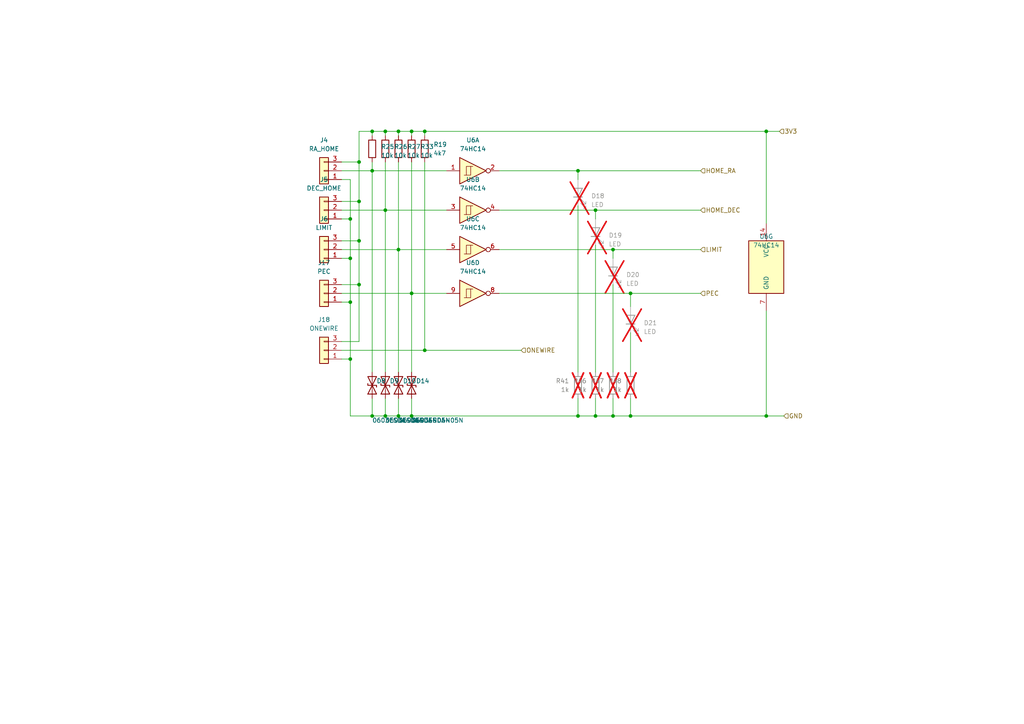
<source format=kicad_sch>
(kicad_sch (version 20250114) (generator "eeschema") (generator_version "9.0")
  (paper "A4")
  (lib_symbols
    (symbol "74xx:74HC14" (pin_names (offset 1.016))
      (property "Reference" "U" (at 0 1.27 0))
      (property "Value" "74HC14" (at 0 -1.27 0))
      (symbol "74HC14_1_0"
        (polyline (pts (xy -3.81 3.81) (xy -3.81 -3.81) (xy 3.81 0) (xy -3.81 3.81)) (stroke (width 0.254)) (fill (type background)))
        (pin input line (at -7.62 0 0) (length 3.81) (name "~") (number "1"))
        (pin output inverted (at 7.62 0 180) (length 3.81) (name "~") (number "2"))
      )
      (symbol "74HC14_1_1"
        (polyline (pts (xy -2.54 -1.27) (xy -0.635 -1.27) (xy -0.635 1.27) (xy 0 1.27)))
        (polyline (pts (xy -1.905 -1.27) (xy -1.905 1.27) (xy -0.635 1.27)))
      )
      (symbol "74HC14_2_0"
        (polyline (pts (xy -3.81 3.81) (xy -3.81 -3.81) (xy 3.81 0) (xy -3.81 3.81)) (stroke (width 0.254)) (fill (type background)))
        (pin input line (at -7.62 0 0) (length 3.81) (name "~") (number "3"))
        (pin output inverted (at 7.62 0 180) (length 3.81) (name "~") (number "4"))
      )
      (symbol "74HC14_2_1"
        (polyline (pts (xy -2.54 -1.27) (xy -0.635 -1.27) (xy -0.635 1.27) (xy 0 1.27)))
        (polyline (pts (xy -1.905 -1.27) (xy -1.905 1.27) (xy -0.635 1.27)))
      )
      (symbol "74HC14_3_0"
        (polyline (pts (xy -3.81 3.81) (xy -3.81 -3.81) (xy 3.81 0) (xy -3.81 3.81)) (stroke (width 0.254)) (fill (type background)))
        (pin input line (at -7.62 0 0) (length 3.81) (name "~") (number "5"))
        (pin output inverted (at 7.62 0 180) (length 3.81) (name "~") (number "6"))
      )
      (symbol "74HC14_3_1"
        (polyline (pts (xy -2.54 -1.27) (xy -0.635 -1.27) (xy -0.635 1.27) (xy 0 1.27)))
        (polyline (pts (xy -1.905 -1.27) (xy -1.905 1.27) (xy -0.635 1.27)))
      )
      (symbol "74HC14_4_0"
        (polyline (pts (xy -3.81 3.81) (xy -3.81 -3.81) (xy 3.81 0) (xy -3.81 3.81)) (stroke (width 0.254)) (fill (type background)))
        (pin input line (at -7.62 0 0) (length 3.81) (name "~") (number "9"))
        (pin output inverted (at 7.62 0 180) (length 3.81) (name "~") (number "8"))
      )
      (symbol "74HC14_4_1"
        (polyline (pts (xy -2.54 -1.27) (xy -0.635 -1.27) (xy -0.635 1.27) (xy 0 1.27)))
        (polyline (pts (xy -1.905 -1.27) (xy -1.905 1.27) (xy -0.635 1.27)))
      )
      (symbol "74HC14_5_0"
        (polyline (pts (xy -3.81 3.81) (xy -3.81 -3.81) (xy 3.81 0) (xy -3.81 3.81)) (stroke (width 0.254)) (fill (type background)))
        (pin input line (at -7.62 0 0) (length 3.81) (name "~") (number "11"))
        (pin output inverted (at 7.62 0 180) (length 3.81) (name "~") (number "10"))
      )
      (symbol "74HC14_5_1"
        (polyline (pts (xy -2.54 -1.27) (xy -0.635 -1.27) (xy -0.635 1.27) (xy 0 1.27)))
        (polyline (pts (xy -1.905 -1.27) (xy -1.905 1.27) (xy -0.635 1.27)))
      )
      (symbol "74HC14_6_0"
        (polyline (pts (xy -3.81 3.81) (xy -3.81 -3.81) (xy 3.81 0) (xy -3.81 3.81)) (stroke (width 0.254)) (fill (type background)))
        (pin input line (at -7.62 0 0) (length 3.81) (name "~") (number "13"))
        (pin output inverted (at 7.62 0 180) (length 3.81) (name "~") (number "12"))
      )
      (symbol "74HC14_6_1"
        (polyline (pts (xy -2.54 -1.27) (xy -0.635 -1.27) (xy -0.635 1.27) (xy 0 1.27)))
        (polyline (pts (xy -1.905 -1.27) (xy -1.905 1.27) (xy -0.635 1.27)))
      )
      (symbol "74HC14_7_0"
        (pin power_in line (at 0 12.7 270) (length 5.08) (name "VCC") (number "14"))
        (pin power_in line (at 0 -12.7 90) (length 5.08) (name "GND") (number "7"))
      )
      (symbol "74HC14_7_1"
        (rectangle (start -5.08 7.62) (end 5.08 -7.62) (stroke (width 0.254)) (fill (type background)))
      )
    )
    (symbol "Connector_Generic:Conn_01x03" (pin_names (offset 1.016) (hide yes))
      (property "Reference" "J" (at 0 5.08 0))
      (property "Value" "Conn_01x03" (at 0 -5.08 0))
      (symbol "Conn_01x03_1_1"
        (rectangle (start -1.27 3.81) (end 1.27 -3.81) (stroke (width 0.254)) (fill (type background)))
        (rectangle (start -1.27 2.667) (end 0 2.413) (stroke (width 0.1524)))
        (rectangle (start -1.27 0.127) (end 0 -0.127) (stroke (width 0.1524)))
        (rectangle (start -1.27 -2.413) (end 0 -2.667) (stroke (width 0.1524)))
        (pin passive line (at -5.08 2.54 0) (length 3.81) (name "Pin_1") (number "1"))
        (pin passive line (at -5.08 0 0) (length 3.81) (name "Pin_2") (number "2"))
        (pin passive line (at -5.08 -2.54 0) (length 3.81) (name "Pin_3") (number "3"))
      )
    )
    (symbol "Device:D_TVS" (pin_numbers (hide yes)) (pin_names (offset 1.016) (hide yes))
      (property "Reference" "D" (at 0 2.54 0))
      (property "Value" "D_TVS" (at 0 -2.54 0))
      (symbol "D_TVS_0_1"
        (polyline (pts (xy -2.54 1.27) (xy -2.54 -1.27) (xy 2.54 1.27) (xy 2.54 -1.27) (xy -2.54 1.27)) (stroke (width 0.254)))
        (polyline (pts (xy 0.508 1.27) (xy 0 1.27) (xy 0 -1.27) (xy -0.508 -1.27)) (stroke (width 0.254)))
        (polyline (pts (xy 1.27 0) (xy -1.27 0)))
      )
      (symbol "D_TVS_1_1"
        (pin passive line (at -3.81 0 0) (length 2.54) (name "A1") (number "1"))
        (pin passive line (at 3.81 0 180) (length 2.54) (name "A2") (number "2"))
      )
    )
    (symbol "Device:LED" (pin_numbers (hide yes)) (pin_names (offset 1.016) (hide yes))
      (property "Reference" "D" (at 0 2.54 0))
      (property "Value" "LED" (at 0 -2.54 0))
      (symbol "LED_0_1"
        (polyline (pts (xy -3.048 -0.762) (xy -4.572 -2.286) (xy -3.81 -2.286) (xy -4.572 -2.286) (xy -4.572 -1.524)))
        (polyline (pts (xy -1.778 -0.762) (xy -3.302 -2.286) (xy -2.54 -2.286) (xy -3.302 -2.286) (xy -3.302 -1.524)))
        (polyline (pts (xy -1.27 0) (xy 1.27 0)))
        (polyline (pts (xy -1.27 -1.27) (xy -1.27 1.27)) (stroke (width 0.254)))
        (polyline (pts (xy 1.27 -1.27) (xy 1.27 1.27) (xy -1.27 0) (xy 1.27 -1.27)) (stroke (width 0.254)))
      )
      (symbol "LED_1_1"
        (pin passive line (at -3.81 0 0) (length 2.54) (name "K") (number "1"))
        (pin passive line (at 3.81 0 180) (length 2.54) (name "A") (number "2"))
      )
    )
    (symbol "Device:R" (pin_numbers (hide yes)) (pin_names (offset 0))
      (property "Reference" "R" (at 2.032 0 90))
      (property "Value" "R" (at 0 0 90))
      (symbol "R_0_1"
        (rectangle (start -1.016 -2.54) (end 1.016 2.54) (stroke (width 0.254)))
      )
      (symbol "R_1_1"
        (pin passive line (at 0 3.81 270) (length 1.27) (name "~") (number "1"))
        (pin passive line (at 0 -3.81 90) (length 1.27) (name "~") (number "2"))
      )
    )
  )
  (junction (at 119.38 120.65))
  (junction (at 123.19 38.1))
  (junction (at 104.14 82.55))
  (junction (at 111.76 38.1))
  (junction (at 101.6 104.14))
  (junction (at 177.8 72.39))
  (junction (at 172.72 60.96))
  (junction (at 107.95 38.1))
  (junction (at 107.95 49.53))
  (junction (at 177.8 120.65))
  (junction (at 119.38 38.1))
  (junction (at 104.14 69.85))
  (junction (at 222.25 38.1))
  (junction (at 115.57 38.1))
  (junction (at 119.38 85.09))
  (junction (at 182.88 85.09))
  (junction (at 167.64 120.65))
  (junction (at 111.76 60.96))
  (junction (at 167.64 49.53))
  (junction (at 101.6 63.5))
  (junction (at 101.6 74.93))
  (junction (at 123.19 101.6))
  (junction (at 104.14 58.42))
  (junction (at 222.25 120.65))
  (junction (at 111.76 120.65))
  (junction (at 182.88 120.65))
  (junction (at 104.14 46.99))
  (junction (at 115.57 72.39))
  (junction (at 115.57 120.65))
  (junction (at 172.72 120.65))
  (junction (at 107.95 120.65))
  (junction (at 101.6 87.63))
  (wire (pts (xy 222.25 90.17) (xy 222.25 120.65)))
  (wire (pts (xy 99.06 72.39) (xy 115.57 72.39)))
  (wire (pts (xy 101.6 120.65) (xy 107.95 120.65)))
  (wire (pts (xy 107.95 49.53) (xy 107.95 107.95)))
  (wire (pts (xy 104.14 38.1) (xy 107.95 38.1)))
  (wire (pts (xy 182.88 115.57) (xy 182.88 120.65)))
  (wire (pts (xy 111.76 38.1) (xy 115.57 38.1)))
  (wire (pts (xy 99.06 82.55) (xy 104.14 82.55)))
  (wire (pts (xy 107.95 38.1) (xy 111.76 38.1)))
  (wire (pts (xy 167.64 49.53) (xy 203.2 49.53)))
  (wire (pts (xy 107.95 49.53) (xy 129.54 49.53)))
  (wire (pts (xy 101.6 87.63) (xy 101.6 104.14)))
  (wire (pts (xy 144.78 49.53) (xy 167.64 49.53)))
  (wire (pts (xy 115.57 38.1) (xy 115.57 39.37)))
  (wire (pts (xy 119.38 115.57) (xy 119.38 120.65)))
  (wire (pts (xy 119.38 85.09) (xy 129.54 85.09)))
  (wire (pts (xy 119.38 38.1) (xy 123.19 38.1)))
  (wire (pts (xy 99.06 99.06) (xy 104.14 99.06)))
  (wire (pts (xy 104.14 82.55) (xy 104.14 69.85)))
  (wire (pts (xy 144.78 72.39) (xy 177.8 72.39)))
  (wire (pts (xy 111.76 115.57) (xy 111.76 120.65)))
  (wire (pts (xy 172.72 107.95) (xy 172.72 71.12)))
  (wire (pts (xy 144.78 60.96) (xy 172.72 60.96)))
  (wire (pts (xy 99.06 63.5) (xy 101.6 63.5)))
  (wire (pts (xy 99.06 52.07) (xy 101.6 52.07)))
  (wire (pts (xy 119.38 120.65) (xy 167.64 120.65)))
  (wire (pts (xy 115.57 38.1) (xy 119.38 38.1)))
  (wire (pts (xy 99.06 58.42) (xy 104.14 58.42)))
  (wire (pts (xy 104.14 46.99) (xy 104.14 58.42)))
  (wire (pts (xy 115.57 46.99) (xy 115.57 72.39)))
  (wire (pts (xy 104.14 38.1) (xy 104.14 46.99)))
  (wire (pts (xy 115.57 72.39) (xy 129.54 72.39)))
  (wire (pts (xy 123.19 38.1) (xy 123.19 39.37)))
  (wire (pts (xy 182.88 85.09) (xy 182.88 88.9)))
  (wire (pts (xy 101.6 74.93) (xy 101.6 87.63)))
  (wire (pts (xy 177.8 115.57) (xy 177.8 120.65)))
  (wire (pts (xy 111.76 120.65) (xy 115.57 120.65)))
  (wire (pts (xy 119.38 85.09) (xy 119.38 107.95)))
  (wire (pts (xy 107.95 46.99) (xy 107.95 49.53)))
  (wire (pts (xy 144.78 85.09) (xy 182.88 85.09)))
  (wire (pts (xy 111.76 60.96) (xy 111.76 107.95)))
  (wire (pts (xy 99.06 49.53) (xy 107.95 49.53)))
  (wire (pts (xy 119.38 46.99) (xy 119.38 85.09)))
  (wire (pts (xy 115.57 115.57) (xy 115.57 120.65)))
  (wire (pts (xy 99.06 87.63) (xy 101.6 87.63)))
  (wire (pts (xy 123.19 38.1) (xy 222.25 38.1)))
  (wire (pts (xy 167.64 49.53) (xy 167.64 52.07)))
  (wire (pts (xy 115.57 120.65) (xy 119.38 120.65)))
  (wire (pts (xy 222.25 120.65) (xy 227.33 120.65)))
  (wire (pts (xy 111.76 46.99) (xy 111.76 60.96)))
  (wire (pts (xy 104.14 69.85) (xy 104.14 58.42)))
  (wire (pts (xy 177.8 72.39) (xy 177.8 74.93)))
  (wire (pts (xy 99.06 104.14) (xy 101.6 104.14)))
  (wire (pts (xy 101.6 74.93) (xy 99.06 74.93)))
  (wire (pts (xy 182.88 85.09) (xy 203.2 85.09)))
  (wire (pts (xy 167.64 120.65) (xy 172.72 120.65)))
  (wire (pts (xy 167.64 115.57) (xy 167.64 120.65)))
  (wire (pts (xy 101.6 104.14) (xy 101.6 120.65)))
  (wire (pts (xy 123.19 101.6) (xy 151.13 101.6)))
  (wire (pts (xy 119.38 38.1) (xy 119.38 39.37)))
  (wire (pts (xy 111.76 38.1) (xy 111.76 39.37)))
  (wire (pts (xy 101.6 52.07) (xy 101.6 63.5)))
  (wire (pts (xy 99.06 46.99) (xy 104.14 46.99)))
  (wire (pts (xy 99.06 85.09) (xy 119.38 85.09)))
  (wire (pts (xy 182.88 120.65) (xy 222.25 120.65)))
  (wire (pts (xy 167.64 107.95) (xy 167.64 59.69)))
  (wire (pts (xy 222.25 38.1) (xy 226.06 38.1)))
  (wire (pts (xy 177.8 107.95) (xy 177.8 82.55)))
  (wire (pts (xy 172.72 115.57) (xy 172.72 120.65)))
  (wire (pts (xy 101.6 63.5) (xy 101.6 74.93)))
  (wire (pts (xy 107.95 115.57) (xy 107.95 120.65)))
  (wire (pts (xy 172.72 60.96) (xy 203.2 60.96)))
  (wire (pts (xy 222.25 38.1) (xy 222.25 64.77)))
  (wire (pts (xy 115.57 72.39) (xy 115.57 107.95)))
  (wire (pts (xy 107.95 38.1) (xy 107.95 39.37)))
  (wire (pts (xy 177.8 72.39) (xy 203.2 72.39)))
  (wire (pts (xy 123.19 101.6) (xy 99.06 101.6)))
  (wire (pts (xy 99.06 60.96) (xy 111.76 60.96)))
  (wire (pts (xy 177.8 120.65) (xy 182.88 120.65)))
  (wire (pts (xy 107.95 120.65) (xy 111.76 120.65)))
  (wire (pts (xy 99.06 69.85) (xy 104.14 69.85)))
  (wire (pts (xy 172.72 60.96) (xy 172.72 63.5)))
  (wire (pts (xy 104.14 99.06) (xy 104.14 82.55)))
  (wire (pts (xy 123.19 46.99) (xy 123.19 101.6)))
  (wire (pts (xy 172.72 120.65) (xy 177.8 120.65)))
  (wire (pts (xy 182.88 107.95) (xy 182.88 96.52)))
  (wire (pts (xy 111.76 60.96) (xy 129.54 60.96)))
  (hierarchical_label "LIMIT" (shape input) (at 203.2 72.39 0))
  (hierarchical_label "HOME_DEC" (shape input) (at 203.2 60.96 0))
  (hierarchical_label "GND" (shape input) (at 227.33 120.65 0))
  (hierarchical_label "HOME_RA" (shape input) (at 203.2 49.53 0))
  (hierarchical_label "3V3" (shape input) (at 226.06 38.1 0))
  (hierarchical_label "ONEWIRE" (shape input) (at 151.13 101.6 0))
  (hierarchical_label "PEC" (shape input) (at 203.2 85.09 0))
  (symbol (lib_id "Device:R") (at 172.72 111.76 0) (mirror x) (unit 1) (in_bom no) (on_board no) (dnp yes)
    (property "Reference" "R46" (at 170.18 110.4899 0) (effects (justify right)))
    (property "Value" "1k" (at 170.18 113.0299 0) (effects (justify right)))
    (property "Footprint" "Resistor_SMD:R_0402_1005Metric" (effects (hide yes)))
  )
  (symbol (lib_id "Device:R") (at 167.64 111.76 0) (mirror x) (unit 1) (in_bom no) (on_board no) (dnp yes)
    (property "Reference" "R41" (at 165.1 110.4899 0) (effects (justify right)))
    (property "Value" "1k" (at 165.1 113.0299 0) (effects (justify right)))
    (property "Footprint" "Resistor_SMD:R_0402_1005Metric" (effects (hide yes)))
  )
  (symbol (lib_id "Connector_Generic:Conn_01x03") (at 93.98 49.53 180) (unit 1)
    (property "Reference" "J4" (at 93.98 40.64 0))
    (property "Value" "RA_HOME" (at 93.98 43.18 0))
    (property "Footprint" "Connector_JST:JST_PH_B3B-PH-K_1x03_P2.00mm_Vertical" (effects (hide yes)))
    (property "Description" "Generic connector, single row, 01x03, script generated (kicad-library-utils/schlib/autogen/connector/)" (effects (hide yes)))
  )
  (symbol (lib_id "Device:LED") (at 172.72 67.31 90) (unit 1) (in_bom no) (on_board no) (dnp yes)
    (property "Reference" "D19" (at 176.53 68.2625 90) (effects (justify right)))
    (property "Value" "LED" (at 176.53 70.8025 90) (effects (justify right)))
    (property "Footprint" "LED_SMD:LED_0603_1608Metric" (effects (hide yes)))
  )
  (symbol (lib_id "Device:R") (at 177.8 111.76 0) (mirror x) (unit 1) (in_bom no) (on_board no) (dnp yes)
    (property "Reference" "R47" (at 175.26 110.4899 0) (effects (justify right)))
    (property "Value" "1k" (at 175.26 113.0299 0) (effects (justify right)))
    (property "Footprint" "Resistor_SMD:R_0402_1005Metric" (effects (hide yes)))
  )
  (symbol (lib_id "Device:LED") (at 182.88 92.71 90) (unit 1) (in_bom no) (on_board no) (dnp yes)
    (property "Reference" "D21" (at 186.69 93.6625 90) (effects (justify right)))
    (property "Value" "LED" (at 186.69 96.2025 90) (effects (justify right)))
    (property "Footprint" "LED_SMD:LED_0603_1608Metric" (effects (hide yes)))
  )
  (symbol (lib_id "74xx:74HC14") (at 222.25 77.47 0) (unit 7)
    (property "Reference" "U6" (at 222.25 68.58 0))
    (property "Value" "74HC14" (at 222.25 71.12 0))
    (property "Footprint" "Package_SO:TSSOP-14_4.4x5mm_P0.65mm" (effects (hide yes)))
    (property "Datasheet" "http://www.ti.com/lit/gpn/sn74HC14" (effects (hide yes)))
    (property "Description" "Hex inverter schmitt trigger" (effects (hide yes)))
  )
  (symbol (lib_id "Connector_Generic:Conn_01x03") (at 93.98 60.96 180) (unit 1)
    (property "Reference" "J5" (at 93.98 52.07 0))
    (property "Value" "DEC_HOME" (at 93.98 54.61 0))
    (property "Footprint" "Connector_JST:JST_PH_B3B-PH-K_1x03_P2.00mm_Vertical" (effects (hide yes)))
    (property "Description" "Generic connector, single row, 01x03, script generated (kicad-library-utils/schlib/autogen/connector/)" (effects (hide yes)))
  )
  (symbol (lib_id "Device:R") (at 115.57 43.18 180) (unit 1)
    (property "Reference" "R27" (at 118.11 42.545 0) (effects (justify right)))
    (property "Value" "10k" (at 118.11 45.085 0) (effects (justify right)))
    (property "Footprint" "Resistor_SMD:R_0402_1005Metric" (effects (hide yes)))
  )
  (symbol (lib_id "Device:D_TVS") (at 107.95 111.76 90) (unit 1)
    (property "Reference" "D8" (at 109.22 110.49 90) (effects (justify right)))
    (property "Value" "0603ESDA-05N" (at 107.95 121.92 90) (effects (justify right)))
    (property "Footprint" "Diode_SMD:D_0603_1608Metric" (effects (hide yes)))
    (property "Description" "Bidirectional transient-voltage-suppression diode" (effects (hide yes)))
  )
  (symbol (lib_id "74xx:74HC14") (at 137.16 72.39 0) (unit 3)
    (property "Reference" "U6" (at 137.16 63.5 0))
    (property "Value" "74HC14" (at 137.16 66.04 0))
    (property "Footprint" "Package_SO:TSSOP-14_4.4x5mm_P0.65mm" (effects (hide yes)))
    (property "Datasheet" "http://www.ti.com/lit/gpn/sn74HC14" (effects (hide yes)))
    (property "Description" "Hex inverter schmitt trigger" (effects (hide yes)))
  )
  (symbol (lib_id "Connector_Generic:Conn_01x03") (at 93.98 72.39 180) (unit 1)
    (property "Reference" "J6" (at 93.98 63.5 0))
    (property "Value" "LIMIT" (at 93.98 66.04 0))
    (property "Footprint" "Connector_JST:JST_PH_B3B-PH-K_1x03_P2.00mm_Vertical" (effects (hide yes)))
    (property "Description" "Generic connector, single row, 01x03, script generated (kicad-library-utils/schlib/autogen/connector/)" (effects (hide yes)))
  )
  (symbol (lib_id "74xx:74HC14") (at 137.16 85.09 0) (unit 4)
    (property "Reference" "U6" (at 137.16 76.2 0))
    (property "Value" "74HC14" (at 137.16 78.74 0))
    (property "Footprint" "Package_SO:TSSOP-14_4.4x5mm_P0.65mm" (effects (hide yes)))
    (property "Datasheet" "http://www.ti.com/lit/gpn/sn74HC14" (effects (hide yes)))
    (property "Description" "Hex inverter schmitt trigger" (effects (hide yes)))
  )
  (symbol (lib_id "74xx:74HC14") (at 137.16 49.53 0) (unit 1)
    (property "Reference" "U6" (at 137.16 40.64 0))
    (property "Value" "74HC14" (at 137.16 43.18 0))
    (property "Footprint" "Package_SO:TSSOP-14_4.4x5mm_P0.65mm" (effects (hide yes)))
    (property "Datasheet" "http://www.ti.com/lit/gpn/sn74HC14" (effects (hide yes)))
    (property "Description" "Hex inverter schmitt trigger" (effects (hide yes)))
  )
  (symbol (lib_id "Device:D_TVS") (at 111.76 111.76 90) (unit 1)
    (property "Reference" "D9" (at 113.03 110.49 90) (effects (justify right)))
    (property "Value" "0603ESDA-05N" (at 111.76 121.92 90) (effects (justify right)))
    (property "Footprint" "Diode_SMD:D_0603_1608Metric" (effects (hide yes)))
    (property "Description" "Bidirectional transient-voltage-suppression diode" (effects (hide yes)))
  )
  (symbol (lib_id "Device:LED") (at 177.8 78.74 90) (unit 1) (in_bom no) (on_board no) (dnp yes)
    (property "Reference" "D20" (at 181.61 79.6925 90) (effects (justify right)))
    (property "Value" "LED" (at 181.61 82.2325 90) (effects (justify right)))
    (property "Footprint" "LED_SMD:LED_0603_1608Metric" (effects (hide yes)))
  )
  (symbol (lib_id "Device:D_TVS") (at 115.57 111.76 90) (unit 1)
    (property "Reference" "D10" (at 116.84 110.49 90) (effects (justify right)))
    (property "Value" "0603ESDA-05N" (at 115.57 121.92 90) (effects (justify right)))
    (property "Footprint" "Diode_SMD:D_0603_1608Metric" (effects (hide yes)))
    (property "Description" "Bidirectional transient-voltage-suppression diode" (effects (hide yes)))
  )
  (symbol (lib_id "Device:D_TVS") (at 119.38 111.76 90) (unit 1)
    (property "Reference" "D14" (at 120.65 110.49 90) (effects (justify right)))
    (property "Value" "0603ESDA-05N" (at 119.38 121.92 90) (effects (justify right)))
    (property "Footprint" "Diode_SMD:D_0603_1608Metric" (effects (hide yes)))
    (property "Description" "Bidirectional transient-voltage-suppression diode" (effects (hide yes)))
  )
  (symbol (lib_id "74xx:74HC14") (at 137.16 60.96 0) (unit 2)
    (property "Reference" "U6" (at 137.16 52.07 0))
    (property "Value" "74HC14" (at 137.16 54.61 0))
    (property "Footprint" "Package_SO:TSSOP-14_4.4x5mm_P0.65mm" (effects (hide yes)))
    (property "Datasheet" "http://www.ti.com/lit/gpn/sn74HC14" (effects (hide yes)))
    (property "Description" "Hex inverter schmitt trigger" (effects (hide yes)))
  )
  (symbol (lib_id "Device:R") (at 111.76 43.18 180) (unit 1)
    (property "Reference" "R26" (at 114.3 42.545 0) (effects (justify right)))
    (property "Value" "10k" (at 114.3 45.085 0) (effects (justify right)))
    (property "Footprint" "Resistor_SMD:R_0402_1005Metric" (effects (hide yes)))
  )
  (symbol (lib_id "Device:R") (at 123.19 43.18 180) (unit 1)
    (property "Reference" "R19" (at 125.73 41.9099 0) (effects (justify right)))
    (property "Value" "4k7" (at 125.73 44.4499 0) (effects (justify right)))
    (property "Footprint" "Resistor_SMD:R_0402_1005Metric" (effects (hide yes)))
  )
  (symbol (lib_id "Connector_Generic:Conn_01x03") (at 93.98 101.6 180) (unit 1)
    (property "Reference" "J18" (at 93.98 92.71 0))
    (property "Value" "ONEWIRE" (at 93.98 95.25 0))
    (property "Footprint" "Connector_JST:JST_PH_B3B-PH-K_1x03_P2.00mm_Vertical" (effects (hide yes)))
    (property "Description" "Generic connector, single row, 01x03, script generated (kicad-library-utils/schlib/autogen/connector/)" (effects (hide yes)))
  )
  (symbol (lib_id "Device:R") (at 107.95 43.18 180) (unit 1)
    (property "Reference" "R25" (at 110.49 42.545 0) (effects (justify right)))
    (property "Value" "10k" (at 110.49 45.085 0) (effects (justify right)))
    (property "Footprint" "Resistor_SMD:R_0402_1005Metric" (effects (hide yes)))
  )
  (symbol (lib_id "Device:R") (at 119.38 43.18 180) (unit 1)
    (property "Reference" "R33" (at 121.92 42.545 0) (effects (justify right)))
    (property "Value" "10k" (at 121.92 45.085 0) (effects (justify right)))
    (property "Footprint" "Resistor_SMD:R_0402_1005Metric" (effects (hide yes)))
  )
  (symbol (lib_id "Device:R") (at 182.88 111.76 0) (mirror x) (unit 1) (in_bom no) (on_board no) (dnp yes)
    (property "Reference" "R48" (at 180.34 110.4899 0) (effects (justify right)))
    (property "Value" "1k" (at 180.34 113.0299 0) (effects (justify right)))
    (property "Footprint" "Resistor_SMD:R_0402_1005Metric" (effects (hide yes)))
  )
  (symbol (lib_id "Connector_Generic:Conn_01x03") (at 93.98 85.09 180) (unit 1)
    (property "Reference" "J17" (at 93.98 76.2 0))
    (property "Value" "PEC" (at 93.98 78.74 0))
    (property "Footprint" "Connector_JST:JST_PH_B3B-PH-K_1x03_P2.00mm_Vertical" (effects (hide yes)))
    (property "Description" "Generic connector, single row, 01x03, script generated (kicad-library-utils/schlib/autogen/connector/)" (effects (hide yes)))
  )
  (symbol (lib_id "Device:LED") (at 167.64 55.88 90) (unit 1) (in_bom no) (on_board no) (dnp yes)
    (property "Reference" "D18" (at 171.45 56.8325 90) (effects (justify right)))
    (property "Value" "LED" (at 171.45 59.3725 90) (effects (justify right)))
    (property "Footprint" "LED_SMD:LED_0603_1608Metric" (effects (hide yes)))
  )
)
</source>
